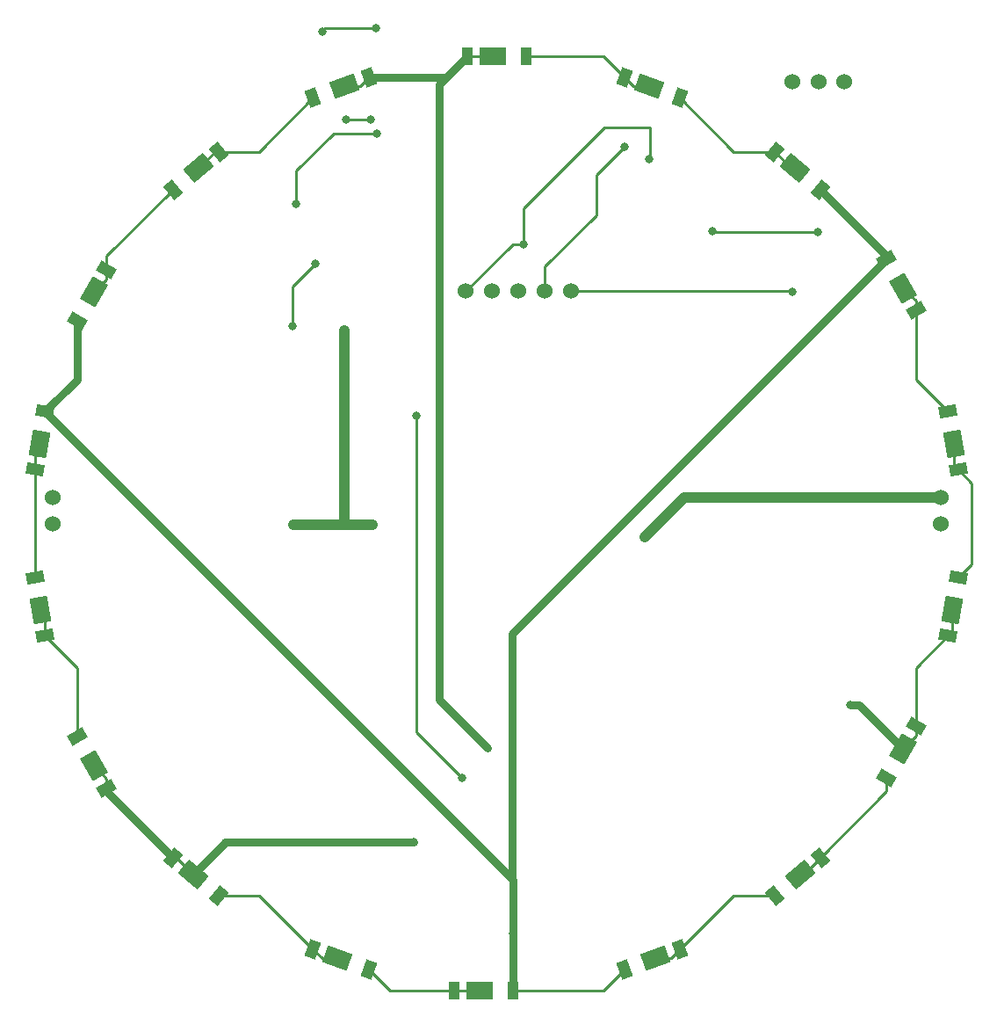
<source format=gbr>
%TF.GenerationSoftware,KiCad,Pcbnew,(6.0.9)*%
%TF.CreationDate,2022-11-20T19:55:09+01:00*%
%TF.ProjectId,ZLight_V2,5a4c6967-6874-45f5-9632-2e6b69636164,rev?*%
%TF.SameCoordinates,Original*%
%TF.FileFunction,Copper,L2,Bot*%
%TF.FilePolarity,Positive*%
%FSLAX46Y46*%
G04 Gerber Fmt 4.6, Leading zero omitted, Abs format (unit mm)*
G04 Created by KiCad (PCBNEW (6.0.9)) date 2022-11-20 19:55:09*
%MOMM*%
%LPD*%
G01*
G04 APERTURE LIST*
G04 Aperture macros list*
%AMRotRect*
0 Rectangle, with rotation*
0 The origin of the aperture is its center*
0 $1 length*
0 $2 width*
0 $3 Rotation angle, in degrees counterclockwise*
0 Add horizontal line*
21,1,$1,$2,0,0,$3*%
G04 Aperture macros list end*
%TA.AperFunction,ComponentPad*%
%ADD10C,1.524000*%
%TD*%
%TA.AperFunction,SMDPad,CuDef*%
%ADD11RotRect,1.100000X1.700000X160.000000*%
%TD*%
%TA.AperFunction,SMDPad,CuDef*%
%ADD12RotRect,2.500000X1.700000X160.000000*%
%TD*%
%TA.AperFunction,SMDPad,CuDef*%
%ADD13RotRect,1.100000X1.700000X300.000000*%
%TD*%
%TA.AperFunction,SMDPad,CuDef*%
%ADD14RotRect,2.500000X1.700000X300.000000*%
%TD*%
%TA.AperFunction,SMDPad,CuDef*%
%ADD15RotRect,1.100000X1.700000X20.000000*%
%TD*%
%TA.AperFunction,SMDPad,CuDef*%
%ADD16RotRect,2.500000X1.700000X20.000000*%
%TD*%
%TA.AperFunction,SMDPad,CuDef*%
%ADD17RotRect,1.100000X1.700000X60.000000*%
%TD*%
%TA.AperFunction,SMDPad,CuDef*%
%ADD18RotRect,2.500000X1.700000X60.000000*%
%TD*%
%TA.AperFunction,SMDPad,CuDef*%
%ADD19RotRect,1.100000X1.700000X260.000000*%
%TD*%
%TA.AperFunction,SMDPad,CuDef*%
%ADD20RotRect,2.500000X1.700000X260.000000*%
%TD*%
%TA.AperFunction,SMDPad,CuDef*%
%ADD21RotRect,1.100000X1.700000X40.000000*%
%TD*%
%TA.AperFunction,SMDPad,CuDef*%
%ADD22RotRect,2.500000X1.700000X40.000000*%
%TD*%
%TA.AperFunction,SMDPad,CuDef*%
%ADD23RotRect,1.100000X1.700000X140.000000*%
%TD*%
%TA.AperFunction,SMDPad,CuDef*%
%ADD24RotRect,2.500000X1.700000X140.000000*%
%TD*%
%TA.AperFunction,SMDPad,CuDef*%
%ADD25R,1.100000X1.700000*%
%TD*%
%TA.AperFunction,SMDPad,CuDef*%
%ADD26R,2.500000X1.700000*%
%TD*%
%TA.AperFunction,SMDPad,CuDef*%
%ADD27RotRect,1.100000X1.700000X280.000000*%
%TD*%
%TA.AperFunction,SMDPad,CuDef*%
%ADD28RotRect,2.500000X1.700000X280.000000*%
%TD*%
%TA.AperFunction,ViaPad*%
%ADD29C,0.800000*%
%TD*%
%TA.AperFunction,Conductor*%
%ADD30C,1.000000*%
%TD*%
%TA.AperFunction,Conductor*%
%ADD31C,0.250000*%
%TD*%
%TA.AperFunction,Conductor*%
%ADD32C,0.750000*%
%TD*%
G04 APERTURE END LIST*
D10*
%TO.P,J1,1,1*%
%TO.N,GND*%
X107249000Y-100000000D03*
%TO.P,J1,2,2*%
%TO.N,+12V*%
X107249000Y-97460000D03*
%TD*%
%TO.P,DEBUG1,1,1*%
%TO.N,GND*%
X147050000Y-77600000D03*
%TO.P,DEBUG1,2,2*%
%TO.N,/TMSC*%
X149590000Y-77600000D03*
%TO.P,DEBUG1,3,3*%
%TO.N,/TCKC*%
X152090000Y-77600000D03*
%TO.P,DEBUG1,4,4*%
%TO.N,/RESET*%
X154670000Y-77600000D03*
%TO.P,DEBUG1,5,5*%
%TO.N,+3V3*%
X157210000Y-77600000D03*
%TD*%
%TO.P,J2,1,1*%
%TO.N,GND*%
X192800000Y-97500000D03*
%TO.P,J2,2,2*%
%TO.N,+12V*%
X192800000Y-100040000D03*
%TD*%
%TO.P,U4,1,VCC*%
%TO.N,+3V3*%
X178500000Y-57400000D03*
%TO.P,U4,2,OUT*%
%TO.N,/PIR*%
X181040000Y-57400000D03*
%TO.P,U4,3,GND*%
%TO.N,GND*%
X183540000Y-57400000D03*
%TD*%
D11*
%TO.P,D12,1,K*%
%TO.N,Net-(D12-Pad1)*%
X137678124Y-142974757D03*
%TO.P,D12,2,A*%
%TO.N,Net-(D12-Pad2)*%
X132321876Y-141025243D03*
D12*
X134671108Y-141880293D03*
%TD*%
D13*
%TO.P,D8,1,K*%
%TO.N,Net-(D13-Pad2)*%
X109575000Y-120531828D03*
%TO.P,D8,2,A*%
%TO.N,Net-(D3-Pad2)*%
X112425000Y-125468172D03*
D14*
X111175000Y-123303109D03*
%TD*%
D15*
%TO.P,D9,1,K*%
%TO.N,Net-(D14-Pad2)*%
X132321876Y-58974757D03*
%TO.P,D9,2,A*%
%TO.N,Net-(D3-Pad2)*%
X137678124Y-57025243D03*
D16*
X135328892Y-57880293D03*
%TD*%
D17*
%TO.P,D19,1,K*%
%TO.N,Net-(D15-Pad1)*%
X109575000Y-80468172D03*
%TO.P,D19,2,A*%
%TO.N,Net-(D14-Pad1)*%
X112425000Y-75531828D03*
D18*
X111175000Y-77696891D03*
%TD*%
D19*
%TO.P,D5,1,K*%
%TO.N,Net-(D10-Pad2)*%
X194494897Y-105193298D03*
D20*
%TO.P,D5,2,A*%
%TO.N,Net-(D3-Pad2)*%
X193939223Y-108344683D03*
D19*
X193505103Y-110806702D03*
%TD*%
D11*
%TO.P,D11,1,K*%
%TO.N,Net-(D11-Pad1)*%
X167678124Y-58974757D03*
%TO.P,D11,2,A*%
%TO.N,Net-(D11-Pad2)*%
X162321876Y-57025243D03*
D12*
X164671108Y-57880293D03*
%TD*%
D13*
%TO.P,D15,1,K*%
%TO.N,Net-(D15-Pad1)*%
X187575000Y-74531828D03*
D14*
%TO.P,D15,2,A*%
%TO.N,Net-(D10-Pad1)*%
X189175000Y-77303109D03*
D13*
X190425000Y-79468172D03*
%TD*%
D21*
%TO.P,D14,1,K*%
%TO.N,Net-(D14-Pad1)*%
X118816773Y-67831945D03*
%TO.P,D14,2,A*%
%TO.N,Net-(D14-Pad2)*%
X123183227Y-64168055D03*
D22*
X121268116Y-65775024D03*
%TD*%
D23*
%TO.P,D16,1,K*%
%TO.N,Net-(D15-Pad1)*%
X181183227Y-67831945D03*
%TO.P,D16,2,A*%
%TO.N,Net-(D11-Pad1)*%
X176816773Y-64168055D03*
D24*
X178731884Y-65775024D03*
%TD*%
D25*
%TO.P,D17,1,K*%
%TO.N,Net-(D15-Pad1)*%
X151600000Y-145000000D03*
%TO.P,D17,2,A*%
%TO.N,Net-(D12-Pad1)*%
X145900000Y-145000000D03*
D26*
X148400000Y-145000000D03*
%TD*%
D27*
%TO.P,D10,1,K*%
%TO.N,Net-(D10-Pad1)*%
X193505103Y-89193298D03*
%TO.P,D10,2,A*%
%TO.N,Net-(D10-Pad2)*%
X194494897Y-94806702D03*
D28*
X194060777Y-92344683D03*
%TD*%
D17*
%TO.P,D3,1,K*%
%TO.N,Net-(D3-Pad1)*%
X187575000Y-124468172D03*
%TO.P,D3,2,A*%
%TO.N,Net-(D3-Pad2)*%
X190425000Y-119531828D03*
D18*
X189175000Y-121696891D03*
%TD*%
D23*
%TO.P,D7,1,K*%
%TO.N,Net-(D12-Pad2)*%
X123183227Y-135831945D03*
D24*
%TO.P,D7,2,A*%
%TO.N,Net-(D3-Pad2)*%
X120731884Y-133775024D03*
D23*
X118816773Y-132168055D03*
%TD*%
D15*
%TO.P,D2,1,K*%
%TO.N,Net-(D15-Pad1)*%
X162321876Y-142974757D03*
%TO.P,D2,2,A*%
%TO.N,Net-(D2-Pad2)*%
X167678124Y-141025243D03*
D16*
X165328892Y-141880293D03*
%TD*%
D19*
%TO.P,D18,1,K*%
%TO.N,Net-(D15-Pad1)*%
X106494897Y-89193298D03*
D20*
%TO.P,D18,2,A*%
%TO.N,Net-(D13-Pad1)*%
X105939223Y-92344683D03*
D19*
X105505103Y-94806702D03*
%TD*%
D27*
%TO.P,D13,1,K*%
%TO.N,Net-(D13-Pad1)*%
X105505103Y-105193298D03*
D28*
%TO.P,D13,2,A*%
%TO.N,Net-(D13-Pad2)*%
X106060777Y-108344683D03*
D27*
X106494897Y-110806702D03*
%TD*%
D25*
%TO.P,D6,1,K*%
%TO.N,Net-(D11-Pad2)*%
X152850000Y-55000000D03*
D26*
%TO.P,D6,2,A*%
%TO.N,Net-(D3-Pad2)*%
X149650000Y-55000000D03*
D25*
X147150000Y-55000000D03*
%TD*%
D21*
%TO.P,D4,1,K*%
%TO.N,Net-(D2-Pad2)*%
X176816773Y-135831945D03*
D22*
%TO.P,D4,2,A*%
%TO.N,Net-(D3-Pad1)*%
X179268116Y-133775024D03*
D21*
X181183227Y-132168055D03*
%TD*%
D29*
%TO.N,GND*%
X138000000Y-100100000D03*
X164300000Y-101300000D03*
X181000000Y-71900000D03*
X152600000Y-73100000D03*
X164700000Y-64900000D03*
X130400000Y-100100000D03*
X170800000Y-71800000D03*
X135300000Y-81400000D03*
%TO.N,+3V3*%
X178500000Y-77700000D03*
X130300000Y-81000000D03*
X132500000Y-75000000D03*
%TO.N,Net-(D15-Pad1)*%
X151600000Y-139500000D03*
%TO.N,Net-(D3-Pad2)*%
X184100000Y-117500000D03*
X149100000Y-121600000D03*
X142000000Y-130700000D03*
%TO.N,/RESET*%
X162300000Y-63700000D03*
%TO.N,/BTN_LEFT*%
X138500000Y-62400000D03*
X130700000Y-69200000D03*
%TO.N,/BTN_RIGHT*%
X135500000Y-61100000D03*
X137900000Y-61100000D03*
%TO.N,/DIM*%
X142300000Y-89600000D03*
X146700000Y-124500000D03*
%TO.N,/LED_GREEN*%
X138400000Y-52300000D03*
X133200000Y-52600000D03*
%TD*%
D30*
%TO.N,GND*%
X168100000Y-97500000D02*
X192800000Y-97500000D01*
D31*
X181000000Y-71900000D02*
X170900000Y-71900000D01*
X160400000Y-61800000D02*
X164800000Y-61800000D01*
X164800000Y-64800000D02*
X164700000Y-64900000D01*
D30*
X130400000Y-100100000D02*
X135300000Y-100100000D01*
D31*
X152600000Y-73100000D02*
X152600000Y-69600000D01*
D30*
X135300000Y-100100000D02*
X138000000Y-100100000D01*
D31*
X170900000Y-71900000D02*
X170800000Y-71800000D01*
X152600000Y-69600000D02*
X160400000Y-61800000D01*
X152600000Y-73100000D02*
X151550000Y-73100000D01*
D30*
X135300000Y-100100000D02*
X135300000Y-81400000D01*
D31*
X151550000Y-73100000D02*
X147050000Y-77600000D01*
X164800000Y-61800000D02*
X164800000Y-64800000D01*
D30*
X168100000Y-97500000D02*
X164300000Y-101300000D01*
D31*
%TO.N,+3V3*%
X178500000Y-77700000D02*
X178400000Y-77600000D01*
X130300000Y-77200000D02*
X130300000Y-81000000D01*
X178400000Y-77600000D02*
X157210000Y-77600000D01*
X132500000Y-75000000D02*
X130300000Y-77200000D01*
%TO.N,Net-(D15-Pad1)*%
X162321876Y-142974757D02*
X160296633Y-145000000D01*
D32*
X187575000Y-74531828D02*
X151500000Y-110606828D01*
X151600000Y-134298401D02*
X151600000Y-139500000D01*
X106494897Y-89193298D02*
X109575000Y-86113195D01*
D31*
X160296633Y-145000000D02*
X151600000Y-145000000D01*
D32*
X151500000Y-110606828D02*
X151500000Y-134000000D01*
X151600000Y-139500000D02*
X151600000Y-145000000D01*
X109575000Y-86113195D02*
X109575000Y-80468172D01*
X106494897Y-89193298D02*
X151600000Y-134298401D01*
X181183227Y-67831945D02*
X187575000Y-74223718D01*
D31*
%TO.N,Net-(D2-Pad2)*%
X172871422Y-135831945D02*
X167678124Y-141025243D01*
X166823074Y-141880293D02*
X165328892Y-141880293D01*
X176816773Y-135831945D02*
X172871422Y-135831945D01*
X167678124Y-141025243D02*
X166823074Y-141880293D01*
%TO.N,Net-(D3-Pad1)*%
X187575000Y-124468172D02*
X187575000Y-125776282D01*
X181183227Y-132168055D02*
X179576258Y-133775024D01*
X187575000Y-125776282D02*
X181183227Y-132168055D01*
D32*
%TO.N,Net-(D3-Pad2)*%
X184100000Y-117500000D02*
X184978109Y-117500000D01*
X137678124Y-57025243D02*
X144825243Y-57025243D01*
D31*
X144900000Y-57100000D02*
X145050000Y-57100000D01*
X123700000Y-130806908D02*
X123700000Y-130800000D01*
D32*
X120731884Y-133775024D02*
X123700000Y-130806908D01*
D31*
X112425000Y-124553109D02*
X111175000Y-123303109D01*
D32*
X118816773Y-132168055D02*
X112425000Y-125776282D01*
X144487821Y-116987821D02*
X149100000Y-121600000D01*
D31*
X120731884Y-133775024D02*
X119124915Y-132168055D01*
X135328892Y-57880293D02*
X136823074Y-57880293D01*
X190425000Y-119531828D02*
X190425000Y-120446891D01*
X145050000Y-57100000D02*
X147150000Y-55000000D01*
X144825243Y-57025243D02*
X144900000Y-57100000D01*
X190425000Y-113886805D02*
X190425000Y-119531828D01*
D32*
X147150000Y-55000000D02*
X144487821Y-57662179D01*
D31*
X190425000Y-120446891D02*
X189175000Y-121696891D01*
X193505103Y-110806702D02*
X190425000Y-113886805D01*
X112425000Y-125468172D02*
X112425000Y-124553109D01*
X193939223Y-108344683D02*
X193939223Y-110372582D01*
X147150000Y-55000000D02*
X149650000Y-55000000D01*
D32*
X144487821Y-57662179D02*
X144487821Y-116987821D01*
D31*
X136823074Y-57880293D02*
X137678124Y-57025243D01*
X123700000Y-130800000D02*
X123800000Y-130700000D01*
X193939223Y-110372582D02*
X193505103Y-110806702D01*
D32*
X123800000Y-130700000D02*
X142000000Y-130700000D01*
X184978109Y-117500000D02*
X189175000Y-121696891D01*
D31*
%TO.N,Net-(D10-Pad2)*%
X195800000Y-96111805D02*
X195800000Y-103888195D01*
X194060777Y-94372582D02*
X194494897Y-94806702D01*
X194060777Y-92344683D02*
X194060777Y-94372582D01*
X194494897Y-94806702D02*
X195800000Y-96111805D01*
X195800000Y-103888195D02*
X194494897Y-105193298D01*
%TO.N,Net-(D11-Pad2)*%
X163176926Y-57880293D02*
X162321876Y-57025243D01*
X152850000Y-55000000D02*
X160296633Y-55000000D01*
X164671108Y-57880293D02*
X163176926Y-57880293D01*
X160296633Y-55000000D02*
X162321876Y-57025243D01*
%TO.N,Net-(D12-Pad2)*%
X134671108Y-141880293D02*
X133176926Y-141880293D01*
X127128578Y-135831945D02*
X123183227Y-135831945D01*
X132321876Y-141025243D02*
X127128578Y-135831945D01*
X133176926Y-141880293D02*
X132321876Y-141025243D01*
%TO.N,Net-(D13-Pad2)*%
X106494897Y-110806702D02*
X106494897Y-108778803D01*
X109575000Y-113886805D02*
X106494897Y-110806702D01*
X109575000Y-120531828D02*
X109575000Y-113886805D01*
%TO.N,Net-(D14-Pad2)*%
X127128578Y-64168055D02*
X132321876Y-58974757D01*
X121268116Y-65775024D02*
X122875085Y-64168055D01*
X123183227Y-64168055D02*
X127128578Y-64168055D01*
%TO.N,Net-(D10-Pad1)*%
X190425000Y-79468172D02*
X190425000Y-86113195D01*
X190425000Y-78553109D02*
X190425000Y-79468172D01*
X189175000Y-77303109D02*
X190425000Y-78553109D01*
X190425000Y-86113195D02*
X193505103Y-89193298D01*
%TO.N,Net-(D11-Pad1)*%
X172871422Y-64168055D02*
X176816773Y-64168055D01*
X176816773Y-64168055D02*
X178423742Y-65775024D01*
X167678124Y-58974757D02*
X172871422Y-64168055D01*
%TO.N,Net-(D12-Pad1)*%
X148400000Y-145000000D02*
X145900000Y-145000000D01*
X139703367Y-145000000D02*
X137678124Y-142974757D01*
X145900000Y-145000000D02*
X139703367Y-145000000D01*
%TO.N,Net-(D13-Pad1)*%
X105505103Y-105193298D02*
X105505103Y-94806702D01*
X105505103Y-94806702D02*
X105505103Y-92778803D01*
%TO.N,Net-(D14-Pad1)*%
X112425000Y-75531828D02*
X112425000Y-74223718D01*
X111175000Y-77696891D02*
X112425000Y-76446891D01*
X112425000Y-76446891D02*
X112425000Y-75531828D01*
X112425000Y-74223718D02*
X118816773Y-67831945D01*
%TO.N,/RESET*%
X162300000Y-63700000D02*
X159600000Y-66400000D01*
X159600000Y-70300000D02*
X154670000Y-75230000D01*
X154670000Y-75230000D02*
X154670000Y-77600000D01*
X159600000Y-66400000D02*
X159600000Y-70300000D01*
%TO.N,/BTN_LEFT*%
X134300000Y-62400000D02*
X130700000Y-66000000D01*
X130700000Y-66000000D02*
X130700000Y-69200000D01*
X138500000Y-62400000D02*
X134300000Y-62400000D01*
%TO.N,/BTN_RIGHT*%
X137900000Y-61100000D02*
X135500000Y-61100000D01*
%TO.N,/DIM*%
X146700000Y-124500000D02*
X142300000Y-120100000D01*
X142300000Y-120100000D02*
X142300000Y-89600000D01*
%TO.N,/LED_GREEN*%
X138400000Y-52300000D02*
X133500000Y-52300000D01*
X133500000Y-52300000D02*
X133200000Y-52600000D01*
%TD*%
M02*

</source>
